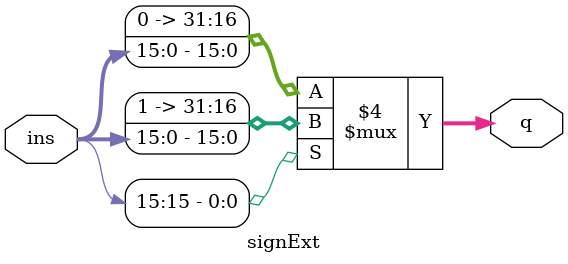
<source format=v>
module signExt(ins,q);
input [15:0] ins;
output reg [31:0] q;

always@(ins)
begin
if(ins[15] == 1)
	begin
		q = {{16'b1111111111111111},ins[15:0]};
	end
else
	begin
		q = {{16{1'b0}},ins[15:0]};
	end
end
endmodule
</source>
